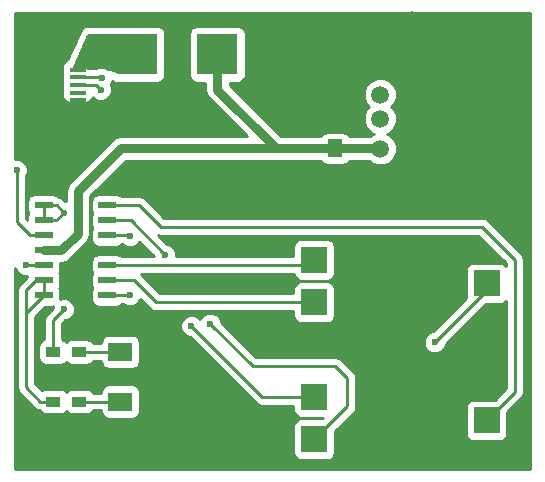
<source format=gtl>
G04 #@! TF.FileFunction,Copper,L1,Top,Signal*
%FSLAX46Y46*%
G04 Gerber Fmt 4.6, Leading zero omitted, Abs format (unit mm)*
G04 Created by KiCad (PCBNEW (2015-06-20 BZR 5796, Git fe7bc27)-product) date 22.6.2015 5:54:44*
%MOMM*%
G01*
G04 APERTURE LIST*
%ADD10C,0.100000*%
%ADD11R,1.250000X1.500000*%
%ADD12R,2.000000X1.600000*%
%ADD13R,3.500000X3.500000*%
%ADD14R,1.850000X2.400000*%
%ADD15R,1.350000X0.400000*%
%ADD16C,1.501140*%
%ADD17C,2.999740*%
%ADD18R,2.235200X2.235200*%
%ADD19R,1.200000X0.900000*%
%ADD20R,1.500000X0.600000*%
%ADD21C,0.600000*%
%ADD22C,0.800000*%
%ADD23C,0.250000*%
%ADD24C,0.254000*%
G04 APERTURE END LIST*
D10*
D11*
X127775000Y-72175000D03*
X127775000Y-69675000D03*
D12*
X113600000Y-89400000D03*
X109600000Y-89400000D03*
X113600000Y-93600000D03*
X109600000Y-93600000D03*
D13*
X110996400Y-64200000D03*
X117803600Y-64200000D03*
D14*
X103900000Y-71800000D03*
X103900000Y-61800000D03*
D15*
X105962540Y-65499100D03*
X105962540Y-66149100D03*
X105962540Y-66799100D03*
X105962540Y-67449100D03*
X105962540Y-68099100D03*
D16*
X131597880Y-65087140D03*
X131597880Y-67627140D03*
X131597880Y-69659140D03*
X131597880Y-72199140D03*
D17*
X134264880Y-62039140D03*
X134264880Y-75755140D03*
D18*
X126000000Y-81600000D03*
X126000000Y-85200000D03*
X140600000Y-83600000D03*
X126000000Y-93200000D03*
X126000000Y-96800000D03*
X140600000Y-95200000D03*
D19*
X103900000Y-89400000D03*
X106100000Y-89400000D03*
X103900000Y-93600000D03*
X106100000Y-93600000D03*
D20*
X103100000Y-76990000D03*
X103100000Y-78260000D03*
X103100000Y-79530000D03*
X103100000Y-80800000D03*
X103100000Y-82070000D03*
X103100000Y-83340000D03*
X103100000Y-84610000D03*
X108500000Y-84610000D03*
X108500000Y-83340000D03*
X108500000Y-82070000D03*
X108500000Y-80800000D03*
X108500000Y-79530000D03*
X108500000Y-78260000D03*
X108500000Y-76990000D03*
D21*
X111700000Y-91650000D03*
X118150000Y-69700000D03*
X123100000Y-69700000D03*
X100800000Y-74000000D03*
X108000000Y-66200000D03*
X101600000Y-82075000D03*
X107925000Y-67200000D03*
X136200000Y-88600000D03*
X110400000Y-84600000D03*
X115600000Y-87200000D03*
X110400000Y-79600000D03*
X117200000Y-87000000D03*
X113400000Y-81200000D03*
X104800000Y-85800000D03*
X104800000Y-77600000D03*
D22*
X103100000Y-80800000D02*
X104600000Y-80800000D01*
X109625000Y-72175000D02*
X122775000Y-72175000D01*
X106000000Y-75800000D02*
X109625000Y-72175000D01*
X106000000Y-79400000D02*
X106000000Y-75800000D01*
X104600000Y-80800000D02*
X106000000Y-79400000D01*
X117803600Y-64200000D02*
X117803600Y-67203600D01*
X122775000Y-72175000D02*
X127775000Y-72175000D01*
X117803600Y-67203600D02*
X122775000Y-72175000D01*
X127775000Y-72175000D02*
X131573740Y-72175000D01*
X131573740Y-72175000D02*
X131597880Y-72199140D01*
D23*
X111700000Y-91650000D02*
X113600000Y-93550000D01*
X113600000Y-93600000D02*
X113600000Y-93550000D01*
X127775000Y-69675000D02*
X123125000Y-69675000D01*
X105962540Y-68312540D02*
X105962540Y-68099100D01*
X107350000Y-69700000D02*
X105962540Y-68312540D01*
X118150000Y-69700000D02*
X107350000Y-69700000D01*
X123125000Y-69675000D02*
X123100000Y-69700000D01*
X105962540Y-68162540D02*
X105962540Y-68099100D01*
X109600000Y-89400000D02*
X106100000Y-89400000D01*
X109600000Y-93600000D02*
X106100000Y-93600000D01*
X110996400Y-64200000D02*
X107261640Y-64200000D01*
X107261640Y-64200000D02*
X105962540Y-65499100D01*
X105962540Y-66149100D02*
X107949100Y-66149100D01*
X101930000Y-79530000D02*
X103100000Y-79530000D01*
X100800000Y-78400000D02*
X101930000Y-79530000D01*
X100800000Y-74000000D02*
X100800000Y-78400000D01*
X107949100Y-66149100D02*
X108000000Y-66200000D01*
X105962540Y-66799100D02*
X107524100Y-66799100D01*
X101605000Y-82070000D02*
X103100000Y-82070000D01*
X101600000Y-82075000D02*
X101605000Y-82070000D01*
X107524100Y-66799100D02*
X107925000Y-67200000D01*
X108500000Y-82070000D02*
X125530000Y-82070000D01*
X125530000Y-82070000D02*
X126000000Y-81600000D01*
X108500000Y-83340000D02*
X110740000Y-83340000D01*
X112600000Y-85200000D02*
X126000000Y-85200000D01*
X110740000Y-83340000D02*
X112600000Y-85200000D01*
X108500000Y-84610000D02*
X110390000Y-84610000D01*
X136200000Y-88600000D02*
X140600000Y-84200000D01*
X110390000Y-84610000D02*
X110400000Y-84600000D01*
X140600000Y-84200000D02*
X140600000Y-83600000D01*
X108500000Y-79530000D02*
X110330000Y-79530000D01*
X121600000Y-93200000D02*
X126000000Y-93200000D01*
X115600000Y-87200000D02*
X121600000Y-93200000D01*
X110330000Y-79530000D02*
X110400000Y-79600000D01*
X108500000Y-78260000D02*
X110460000Y-78260000D01*
X128800000Y-94000000D02*
X126000000Y-96800000D01*
X128800000Y-91600000D02*
X128800000Y-94000000D01*
X127800000Y-90600000D02*
X128800000Y-91600000D01*
X120800000Y-90600000D02*
X127800000Y-90600000D01*
X117200000Y-87000000D02*
X120800000Y-90600000D01*
X110460000Y-78260000D02*
X113400000Y-81200000D01*
X108500000Y-76990000D02*
X111190000Y-76990000D01*
X143000000Y-92800000D02*
X140600000Y-95200000D01*
X143000000Y-81600000D02*
X143000000Y-92800000D01*
X140200000Y-78800000D02*
X143000000Y-81600000D01*
X113000000Y-78800000D02*
X140200000Y-78800000D01*
X111190000Y-76990000D02*
X113000000Y-78800000D01*
X103100000Y-78260000D02*
X104140000Y-78260000D01*
X104140000Y-78260000D02*
X104800000Y-77600000D01*
X103900000Y-89400000D02*
X103900000Y-86700000D01*
X103900000Y-86700000D02*
X104800000Y-85800000D01*
X104190000Y-76990000D02*
X103100000Y-76990000D01*
X104800000Y-77600000D02*
X104190000Y-76990000D01*
X103100000Y-78260000D02*
X103100000Y-76990000D01*
X103100000Y-83340000D02*
X102460000Y-83340000D01*
X102460000Y-83340000D02*
X101600000Y-84200000D01*
X101600000Y-84200000D02*
X101600000Y-86110000D01*
X103900000Y-93600000D02*
X102800000Y-93600000D01*
X101600000Y-86110000D02*
X103100000Y-84610000D01*
X101600000Y-92400000D02*
X101600000Y-86110000D01*
X102800000Y-93600000D02*
X101600000Y-92400000D01*
X103100000Y-84610000D02*
X103100000Y-83340000D01*
D24*
G36*
X112473000Y-65673000D02*
X109420610Y-65673000D01*
X108840161Y-65479517D01*
X108819962Y-65476970D01*
X108800000Y-65473000D01*
X108595405Y-65473000D01*
X108530327Y-65407808D01*
X108186799Y-65265162D01*
X107814833Y-65264838D01*
X107514095Y-65389100D01*
X106942552Y-65389100D01*
X106887180Y-65351723D01*
X106637540Y-65301660D01*
X105669146Y-65301660D01*
X106883060Y-62527000D01*
X112473000Y-62527000D01*
X112473000Y-65673000D01*
X112473000Y-65673000D01*
G37*
X112473000Y-65673000D02*
X109420610Y-65673000D01*
X108840161Y-65479517D01*
X108819962Y-65476970D01*
X108800000Y-65473000D01*
X108595405Y-65473000D01*
X108530327Y-65407808D01*
X108186799Y-65265162D01*
X107814833Y-65264838D01*
X107514095Y-65389100D01*
X106942552Y-65389100D01*
X106887180Y-65351723D01*
X106637540Y-65301660D01*
X105669146Y-65301660D01*
X106883060Y-62527000D01*
X112473000Y-62527000D01*
X112473000Y-65673000D01*
G36*
X100897852Y-92690839D02*
X100897852Y-92690839D01*
X101062599Y-92937401D01*
X102262599Y-94137401D01*
X102509160Y-94302148D01*
X102735727Y-94347215D01*
X102839327Y-94504927D01*
X103050360Y-94647377D01*
X103300000Y-94697440D01*
X104500000Y-94697440D01*
X104742123Y-94650463D01*
X104954927Y-94510673D01*
X104999614Y-94444471D01*
X105039327Y-94504927D01*
X105250360Y-94647377D01*
X105500000Y-94697440D01*
X106700000Y-94697440D01*
X106942123Y-94650463D01*
X107154927Y-94510673D01*
X107256633Y-94360000D01*
X107952560Y-94360000D01*
X107952560Y-94400000D01*
X107999537Y-94642123D01*
X108139327Y-94854927D01*
X108350360Y-94997377D01*
X108600000Y-95047440D01*
X110600000Y-95047440D01*
X110842123Y-95000463D01*
X111054927Y-94860673D01*
X111197377Y-94649640D01*
X111247440Y-94400000D01*
X111247440Y-92800000D01*
X111200463Y-92557877D01*
X111060673Y-92345073D01*
X110849640Y-92202623D01*
X110600000Y-92152560D01*
X108600000Y-92152560D01*
X108357877Y-92199537D01*
X108145073Y-92339327D01*
X108002623Y-92550360D01*
X107952560Y-92800000D01*
X107952560Y-92840000D01*
X107255875Y-92840000D01*
X107160673Y-92695073D01*
X106949640Y-92552623D01*
X106700000Y-92502560D01*
X105500000Y-92502560D01*
X105257877Y-92549537D01*
X105045073Y-92689327D01*
X105000386Y-92755529D01*
X104960673Y-92695073D01*
X104749640Y-92552623D01*
X104500000Y-92502560D01*
X103300000Y-92502560D01*
X103057877Y-92549537D01*
X102916928Y-92642126D01*
X102360000Y-92085198D01*
X102360000Y-86424802D01*
X103227362Y-85557440D01*
X103850000Y-85557440D01*
X103891674Y-85549354D01*
X103865162Y-85613201D01*
X103865121Y-85660077D01*
X103362599Y-86162599D01*
X103197852Y-86409161D01*
X103140000Y-86700000D01*
X103140000Y-88333603D01*
X103057877Y-88349537D01*
X102845073Y-88489327D01*
X102702623Y-88700360D01*
X102652560Y-88950000D01*
X102652560Y-89850000D01*
X102699537Y-90092123D01*
X102839327Y-90304927D01*
X103050360Y-90447377D01*
X103300000Y-90497440D01*
X104500000Y-90497440D01*
X104742123Y-90450463D01*
X104954927Y-90310673D01*
X104999614Y-90244471D01*
X105039327Y-90304927D01*
X105250360Y-90447377D01*
X105500000Y-90497440D01*
X106700000Y-90497440D01*
X106942123Y-90450463D01*
X107154927Y-90310673D01*
X107256633Y-90160000D01*
X107952560Y-90160000D01*
X107952560Y-90200000D01*
X107999537Y-90442123D01*
X108139327Y-90654927D01*
X108350360Y-90797377D01*
X108600000Y-90847440D01*
X110600000Y-90847440D01*
X110842123Y-90800463D01*
X111054927Y-90660673D01*
X111197377Y-90449640D01*
X111247440Y-90200000D01*
X111247440Y-88600000D01*
X111200463Y-88357877D01*
X111060673Y-88145073D01*
X110849640Y-88002623D01*
X110600000Y-87952560D01*
X108600000Y-87952560D01*
X108357877Y-87999537D01*
X108145073Y-88139327D01*
X108002623Y-88350360D01*
X107952560Y-88600000D01*
X107952560Y-88640000D01*
X107255875Y-88640000D01*
X107160673Y-88495073D01*
X106949640Y-88352623D01*
X106700000Y-88302560D01*
X105500000Y-88302560D01*
X105257877Y-88349537D01*
X105045073Y-88489327D01*
X105000386Y-88555529D01*
X104960673Y-88495073D01*
X104749640Y-88352623D01*
X104660000Y-88334647D01*
X104660000Y-87014802D01*
X104939680Y-86735122D01*
X104985167Y-86735162D01*
X105328943Y-86593117D01*
X105592192Y-86330327D01*
X105702433Y-86064838D01*
X117014833Y-86064838D01*
X116671057Y-86206883D01*
X116407808Y-86469673D01*
X116344435Y-86622290D01*
X116130327Y-86407808D01*
X115786799Y-86265162D01*
X115414833Y-86264838D01*
X115071057Y-86406883D01*
X114807808Y-86669673D01*
X114665162Y-87013201D01*
X114664838Y-87385167D01*
X114806883Y-87728943D01*
X115069673Y-87992192D01*
X115413201Y-88134838D01*
X115460077Y-88134879D01*
X121062599Y-93737401D01*
X121309160Y-93902148D01*
X121600000Y-93960000D01*
X124234960Y-93960000D01*
X124234960Y-94317600D01*
X124281937Y-94559723D01*
X124421727Y-94772527D01*
X124632760Y-94914977D01*
X124882400Y-94965040D01*
X126760158Y-94965040D01*
X126690238Y-95034960D01*
X124882400Y-95034960D01*
X124640277Y-95081937D01*
X124427473Y-95221727D01*
X124285023Y-95432760D01*
X124234960Y-95682400D01*
X124234960Y-97917600D01*
X124281937Y-98159723D01*
X124421727Y-98372527D01*
X124632760Y-98514977D01*
X124882400Y-98565040D01*
X127117600Y-98565040D01*
X127359723Y-98518063D01*
X127572527Y-98378273D01*
X127714977Y-98167240D01*
X127765040Y-97917600D01*
X127765040Y-96109762D01*
X129337401Y-94537401D01*
X129502148Y-94290839D01*
X129560000Y-94000000D01*
X129560000Y-91600000D01*
X129502148Y-91309161D01*
X129337401Y-91062599D01*
X128337401Y-90062599D01*
X128090839Y-89897852D01*
X127800000Y-89840000D01*
X121114802Y-89840000D01*
X118135122Y-86860320D01*
X118135162Y-86814833D01*
X117993117Y-86471057D01*
X117730327Y-86207808D01*
X117386799Y-86065162D01*
X117014833Y-86064838D01*
X105702433Y-86064838D01*
X105734838Y-85986799D01*
X105735162Y-85614833D01*
X105593117Y-85271057D01*
X105330327Y-85007808D01*
X104986799Y-84865162D01*
X104614833Y-84864838D01*
X104496709Y-84913646D01*
X104497440Y-84910000D01*
X104497440Y-84310000D01*
X104450463Y-84067877D01*
X104389603Y-83975229D01*
X104447377Y-83889640D01*
X104497440Y-83640000D01*
X104497440Y-83040000D01*
X104450463Y-82797877D01*
X104389603Y-82705229D01*
X104447377Y-82619640D01*
X104497440Y-82370000D01*
X104497440Y-81835000D01*
X104599995Y-81835000D01*
X104600000Y-81835001D01*
X104996077Y-81756215D01*
X105331856Y-81531856D01*
X106731856Y-80131856D01*
X106956215Y-79796077D01*
X107035001Y-79400000D01*
X107035000Y-79399995D01*
X107035000Y-76228712D01*
X107221151Y-76042560D01*
X107750000Y-76042560D01*
X107507877Y-76089537D01*
X107295073Y-76229327D01*
X107152623Y-76440360D01*
X107102560Y-76690000D01*
X107102560Y-77290000D01*
X107149537Y-77532123D01*
X107210397Y-77624771D01*
X107152623Y-77710360D01*
X107102560Y-77960000D01*
X107102560Y-78560000D01*
X107149537Y-78802123D01*
X107210397Y-78894771D01*
X107152623Y-78980360D01*
X107102560Y-79230000D01*
X107102560Y-79830000D01*
X107149537Y-80072123D01*
X107289327Y-80284927D01*
X107500360Y-80427377D01*
X107750000Y-80477440D01*
X109250000Y-80477440D01*
X109492123Y-80430463D01*
X109704927Y-80290673D01*
X109705381Y-80290000D01*
X109767659Y-80290000D01*
X109869673Y-80392192D01*
X110213201Y-80534838D01*
X110585167Y-80535162D01*
X110928943Y-80393117D01*
X111192192Y-80130327D01*
X111210774Y-80085576D01*
X112435198Y-81310000D01*
X109703158Y-81310000D01*
X109499640Y-81172623D01*
X109250000Y-81122560D01*
X107750000Y-81122560D01*
X107507877Y-81169537D01*
X107295073Y-81309327D01*
X107152623Y-81520360D01*
X107102560Y-81770000D01*
X107102560Y-82370000D01*
X107149537Y-82612123D01*
X107210397Y-82704771D01*
X107152623Y-82790360D01*
X107102560Y-83040000D01*
X107102560Y-83640000D01*
X107149537Y-83882123D01*
X107210397Y-83974771D01*
X107152623Y-84060360D01*
X107102560Y-84310000D01*
X107102560Y-84910000D01*
X107149537Y-85152123D01*
X107289327Y-85364927D01*
X107500360Y-85507377D01*
X107750000Y-85557440D01*
X109250000Y-85557440D01*
X109492123Y-85510463D01*
X109704927Y-85370673D01*
X109705381Y-85370000D01*
X109847520Y-85370000D01*
X109869673Y-85392192D01*
X110213201Y-85534838D01*
X110585167Y-85535162D01*
X110928943Y-85393117D01*
X111192192Y-85130327D01*
X111269455Y-84944257D01*
X112062599Y-85737401D01*
X112309160Y-85902148D01*
X112600000Y-85960000D01*
X124234960Y-85960000D01*
X124234960Y-86317600D01*
X124281937Y-86559723D01*
X124421727Y-86772527D01*
X124632760Y-86914977D01*
X124882400Y-86965040D01*
X127117600Y-86965040D01*
X127359723Y-86918063D01*
X127572527Y-86778273D01*
X127714977Y-86567240D01*
X127765040Y-86317600D01*
X127765040Y-84082400D01*
X127718063Y-83840277D01*
X127578273Y-83627473D01*
X127367240Y-83485023D01*
X127117600Y-83434960D01*
X124882400Y-83434960D01*
X124640277Y-83481937D01*
X124427473Y-83621727D01*
X124285023Y-83832760D01*
X124234960Y-84082400D01*
X124234960Y-84440000D01*
X112914802Y-84440000D01*
X111304802Y-82830000D01*
X124256768Y-82830000D01*
X124281937Y-82959723D01*
X124421727Y-83172527D01*
X124632760Y-83314977D01*
X124882400Y-83365040D01*
X127117600Y-83365040D01*
X127359723Y-83318063D01*
X127572527Y-83178273D01*
X127714977Y-82967240D01*
X127765040Y-82717600D01*
X127765040Y-80482400D01*
X127718063Y-80240277D01*
X127578273Y-80027473D01*
X127367240Y-79885023D01*
X127117600Y-79834960D01*
X124882400Y-79834960D01*
X124640277Y-79881937D01*
X124427473Y-80021727D01*
X124285023Y-80232760D01*
X124234960Y-80482400D01*
X124234960Y-81310000D01*
X114334905Y-81310000D01*
X114335162Y-81014833D01*
X114193117Y-80671057D01*
X113930327Y-80407808D01*
X113586799Y-80265162D01*
X113539923Y-80265121D01*
X112793782Y-79518980D01*
X113000000Y-79560000D01*
X139885198Y-79560000D01*
X142240000Y-81914802D01*
X142240000Y-82121441D01*
X142178273Y-82027473D01*
X141967240Y-81885023D01*
X141717600Y-81834960D01*
X139482400Y-81834960D01*
X139240277Y-81881937D01*
X139027473Y-82021727D01*
X138885023Y-82232760D01*
X138834960Y-82482400D01*
X138834960Y-84717600D01*
X138863013Y-84862185D01*
X136060320Y-87664878D01*
X136014833Y-87664838D01*
X135671057Y-87806883D01*
X135407808Y-88069673D01*
X135265162Y-88413201D01*
X135264838Y-88785167D01*
X135406883Y-89128943D01*
X135669673Y-89392192D01*
X136013201Y-89534838D01*
X136385167Y-89535162D01*
X136728943Y-89393117D01*
X136992192Y-89130327D01*
X137134838Y-88786799D01*
X137134879Y-88739923D01*
X140509762Y-85365040D01*
X141717600Y-85365040D01*
X141959723Y-85318063D01*
X142172527Y-85178273D01*
X142240000Y-85078315D01*
X142240000Y-92485198D01*
X141290238Y-93434960D01*
X139482400Y-93434960D01*
X139240277Y-93481937D01*
X139027473Y-93621727D01*
X138885023Y-93832760D01*
X138834960Y-94082400D01*
X138834960Y-96317600D01*
X138881937Y-96559723D01*
X139021727Y-96772527D01*
X139232760Y-96914977D01*
X139482400Y-96965040D01*
X141717600Y-96965040D01*
X141959723Y-96918063D01*
X142172527Y-96778273D01*
X142314977Y-96567240D01*
X142365040Y-96317600D01*
X142365040Y-94509762D01*
X143537401Y-93337401D01*
X143702148Y-93090839D01*
X143760000Y-92800000D01*
X143760000Y-81600000D01*
X143702148Y-81309161D01*
X143537401Y-81062599D01*
X140737401Y-78262599D01*
X140490839Y-78097852D01*
X140200000Y-78040000D01*
X113314802Y-78040000D01*
X111727401Y-76452599D01*
X111480839Y-76287852D01*
X111190000Y-76230000D01*
X109703158Y-76230000D01*
X109499640Y-76092623D01*
X109250000Y-76042560D01*
X107750000Y-76042560D01*
X107221151Y-76042560D01*
X110053711Y-73210000D01*
X126577703Y-73210000D01*
X126689327Y-73379927D01*
X126900360Y-73522377D01*
X127150000Y-73572440D01*
X128400000Y-73572440D01*
X128642123Y-73525463D01*
X128854927Y-73385673D01*
X128973509Y-73210000D01*
X130649193Y-73210000D01*
X130811993Y-73373084D01*
X131321064Y-73584469D01*
X131872278Y-73584950D01*
X132381717Y-73374454D01*
X132771824Y-72985027D01*
X132983209Y-72475956D01*
X132983690Y-71924742D01*
X132773194Y-71415303D01*
X132383767Y-71025196D01*
X132152499Y-70929165D01*
X132381717Y-70834454D01*
X132771824Y-70445027D01*
X132983209Y-69935956D01*
X132983690Y-69384742D01*
X132773194Y-68875303D01*
X132541373Y-68643077D01*
X132771824Y-68413027D01*
X132983209Y-67903956D01*
X132983690Y-67352742D01*
X132773194Y-66843303D01*
X132383767Y-66453196D01*
X131874696Y-66241811D01*
X131323482Y-66241330D01*
X130814043Y-66451826D01*
X130423936Y-66841253D01*
X130212551Y-67350324D01*
X130212070Y-67901538D01*
X130422566Y-68410977D01*
X130654387Y-68643203D01*
X130423936Y-68873253D01*
X130212551Y-69382324D01*
X130212070Y-69933538D01*
X130422566Y-70442977D01*
X130811993Y-70833084D01*
X131043261Y-70929115D01*
X130814043Y-71023826D01*
X130697666Y-71140000D01*
X128972297Y-71140000D01*
X128860673Y-70970073D01*
X128649640Y-70827623D01*
X128400000Y-70777560D01*
X127150000Y-70777560D01*
X126907877Y-70824537D01*
X126695073Y-70964327D01*
X126576491Y-71140000D01*
X123203711Y-71140000D01*
X118838600Y-66774888D01*
X118838600Y-66597440D01*
X119553600Y-66597440D01*
X119795723Y-66550463D01*
X120008527Y-66410673D01*
X120150977Y-66199640D01*
X120201040Y-65950000D01*
X120201040Y-62450000D01*
X120154063Y-62207877D01*
X120014273Y-61995073D01*
X119803240Y-61852623D01*
X119553600Y-61802560D01*
X116053600Y-61802560D01*
X115811477Y-61849537D01*
X115598673Y-61989327D01*
X115456223Y-62200360D01*
X115406160Y-62450000D01*
X115406160Y-65950000D01*
X115453137Y-66192123D01*
X115592927Y-66404927D01*
X115803960Y-66547377D01*
X116053600Y-66597440D01*
X116768600Y-66597440D01*
X116768600Y-67203595D01*
X116768599Y-67203600D01*
X116847385Y-67599677D01*
X117071744Y-67935456D01*
X120276289Y-71140000D01*
X109625005Y-71140000D01*
X109625000Y-71139999D01*
X109228923Y-71218785D01*
X108893144Y-71443144D01*
X108893142Y-71443147D01*
X105268144Y-75068144D01*
X105043785Y-75403923D01*
X104964999Y-75800000D01*
X104965000Y-75800005D01*
X104965000Y-76665143D01*
X104939923Y-76665121D01*
X104727401Y-76452599D01*
X104480839Y-76287852D01*
X104324978Y-76256849D01*
X104310673Y-76235073D01*
X104099640Y-76092623D01*
X103850000Y-76042560D01*
X102350000Y-76042560D01*
X102107877Y-76089537D01*
X101895073Y-76229327D01*
X101752623Y-76440360D01*
X101702560Y-76690000D01*
X101702560Y-77290000D01*
X101749537Y-77532123D01*
X101810397Y-77624771D01*
X101752623Y-77710360D01*
X101702560Y-77960000D01*
X101702560Y-78227758D01*
X101560000Y-78085198D01*
X101560000Y-74562463D01*
X101592192Y-74530327D01*
X101734838Y-74186799D01*
X101735162Y-73814833D01*
X101593117Y-73471057D01*
X101330327Y-73207808D01*
X100986799Y-73065162D01*
X100685000Y-73064899D01*
X100685000Y-61765000D01*
X106800000Y-61765000D01*
X106684537Y-61787966D01*
X106568606Y-61808660D01*
X106563240Y-61812093D01*
X106556996Y-61813336D01*
X106459111Y-61878740D01*
X106359924Y-61942224D01*
X106356281Y-61947449D01*
X106350987Y-61950987D01*
X106285571Y-62048887D01*
X106218240Y-62145480D01*
X105106411Y-64686803D01*
X105045417Y-64698637D01*
X104832613Y-64838427D01*
X104690163Y-65049460D01*
X104640100Y-65299100D01*
X104640100Y-65699100D01*
X104664753Y-65826165D01*
X104640100Y-65949100D01*
X104640100Y-66349100D01*
X104664753Y-66476165D01*
X104640100Y-66599100D01*
X104640100Y-66999100D01*
X104664753Y-67126165D01*
X104640100Y-67249100D01*
X104640100Y-67649100D01*
X104687077Y-67891223D01*
X104826867Y-68104027D01*
X105037900Y-68246477D01*
X105287540Y-68296540D01*
X106637540Y-68296540D01*
X106879663Y-68249563D01*
X107092467Y-68109773D01*
X107234917Y-67898740D01*
X107246036Y-67843295D01*
X107394673Y-67992192D01*
X107738201Y-68134838D01*
X108110167Y-68135162D01*
X108453943Y-67993117D01*
X108717192Y-67730327D01*
X108859838Y-67386799D01*
X108860162Y-67014833D01*
X108757087Y-66765371D01*
X108792192Y-66730327D01*
X108896314Y-66479575D01*
X108996760Y-66547377D01*
X109246400Y-66597440D01*
X112746400Y-66597440D01*
X112988523Y-66550463D01*
X113201327Y-66410673D01*
X113343777Y-66199640D01*
X113393840Y-65950000D01*
X113393840Y-62450000D01*
X113346863Y-62207877D01*
X113207073Y-61995073D01*
X112996040Y-61852623D01*
X112861388Y-61825620D01*
X112843004Y-61813336D01*
X112600000Y-61765000D01*
X106800000Y-61765000D01*
X100685000Y-61765000D01*
X100685000Y-60685000D01*
X144315000Y-60685000D01*
X144315000Y-99315000D01*
X100685000Y-99315000D01*
X100685000Y-82308963D01*
X100806883Y-82603943D01*
X101069673Y-82867192D01*
X101413201Y-83009838D01*
X101708557Y-83010095D01*
X101706915Y-83018283D01*
X101062599Y-83662599D01*
X100897852Y-83909161D01*
X100840000Y-84200000D01*
X100840000Y-92400000D01*
X100897852Y-92690839D01*
X100897852Y-92690839D01*
G37*
X100897852Y-92690839D02*
X100897852Y-92690839D01*
X101062599Y-92937401D01*
X102262599Y-94137401D01*
X102509160Y-94302148D01*
X102735727Y-94347215D01*
X102839327Y-94504927D01*
X103050360Y-94647377D01*
X103300000Y-94697440D01*
X104500000Y-94697440D01*
X104742123Y-94650463D01*
X104954927Y-94510673D01*
X104999614Y-94444471D01*
X105039327Y-94504927D01*
X105250360Y-94647377D01*
X105500000Y-94697440D01*
X106700000Y-94697440D01*
X106942123Y-94650463D01*
X107154927Y-94510673D01*
X107256633Y-94360000D01*
X107952560Y-94360000D01*
X107952560Y-94400000D01*
X107999537Y-94642123D01*
X108139327Y-94854927D01*
X108350360Y-94997377D01*
X108600000Y-95047440D01*
X110600000Y-95047440D01*
X110842123Y-95000463D01*
X111054927Y-94860673D01*
X111197377Y-94649640D01*
X111247440Y-94400000D01*
X111247440Y-92800000D01*
X111200463Y-92557877D01*
X111060673Y-92345073D01*
X110849640Y-92202623D01*
X110600000Y-92152560D01*
X108600000Y-92152560D01*
X108357877Y-92199537D01*
X108145073Y-92339327D01*
X108002623Y-92550360D01*
X107952560Y-92800000D01*
X107952560Y-92840000D01*
X107255875Y-92840000D01*
X107160673Y-92695073D01*
X106949640Y-92552623D01*
X106700000Y-92502560D01*
X105500000Y-92502560D01*
X105257877Y-92549537D01*
X105045073Y-92689327D01*
X105000386Y-92755529D01*
X104960673Y-92695073D01*
X104749640Y-92552623D01*
X104500000Y-92502560D01*
X103300000Y-92502560D01*
X103057877Y-92549537D01*
X102916928Y-92642126D01*
X102360000Y-92085198D01*
X102360000Y-86424802D01*
X103227362Y-85557440D01*
X103850000Y-85557440D01*
X103891674Y-85549354D01*
X103865162Y-85613201D01*
X103865121Y-85660077D01*
X103362599Y-86162599D01*
X103197852Y-86409161D01*
X103140000Y-86700000D01*
X103140000Y-88333603D01*
X103057877Y-88349537D01*
X102845073Y-88489327D01*
X102702623Y-88700360D01*
X102652560Y-88950000D01*
X102652560Y-89850000D01*
X102699537Y-90092123D01*
X102839327Y-90304927D01*
X103050360Y-90447377D01*
X103300000Y-90497440D01*
X104500000Y-90497440D01*
X104742123Y-90450463D01*
X104954927Y-90310673D01*
X104999614Y-90244471D01*
X105039327Y-90304927D01*
X105250360Y-90447377D01*
X105500000Y-90497440D01*
X106700000Y-90497440D01*
X106942123Y-90450463D01*
X107154927Y-90310673D01*
X107256633Y-90160000D01*
X107952560Y-90160000D01*
X107952560Y-90200000D01*
X107999537Y-90442123D01*
X108139327Y-90654927D01*
X108350360Y-90797377D01*
X108600000Y-90847440D01*
X110600000Y-90847440D01*
X110842123Y-90800463D01*
X111054927Y-90660673D01*
X111197377Y-90449640D01*
X111247440Y-90200000D01*
X111247440Y-88600000D01*
X111200463Y-88357877D01*
X111060673Y-88145073D01*
X110849640Y-88002623D01*
X110600000Y-87952560D01*
X108600000Y-87952560D01*
X108357877Y-87999537D01*
X108145073Y-88139327D01*
X108002623Y-88350360D01*
X107952560Y-88600000D01*
X107952560Y-88640000D01*
X107255875Y-88640000D01*
X107160673Y-88495073D01*
X106949640Y-88352623D01*
X106700000Y-88302560D01*
X105500000Y-88302560D01*
X105257877Y-88349537D01*
X105045073Y-88489327D01*
X105000386Y-88555529D01*
X104960673Y-88495073D01*
X104749640Y-88352623D01*
X104660000Y-88334647D01*
X104660000Y-87014802D01*
X104939680Y-86735122D01*
X104985167Y-86735162D01*
X105328943Y-86593117D01*
X105592192Y-86330327D01*
X105702433Y-86064838D01*
X117014833Y-86064838D01*
X116671057Y-86206883D01*
X116407808Y-86469673D01*
X116344435Y-86622290D01*
X116130327Y-86407808D01*
X115786799Y-86265162D01*
X115414833Y-86264838D01*
X115071057Y-86406883D01*
X114807808Y-86669673D01*
X114665162Y-87013201D01*
X114664838Y-87385167D01*
X114806883Y-87728943D01*
X115069673Y-87992192D01*
X115413201Y-88134838D01*
X115460077Y-88134879D01*
X121062599Y-93737401D01*
X121309160Y-93902148D01*
X121600000Y-93960000D01*
X124234960Y-93960000D01*
X124234960Y-94317600D01*
X124281937Y-94559723D01*
X124421727Y-94772527D01*
X124632760Y-94914977D01*
X124882400Y-94965040D01*
X126760158Y-94965040D01*
X126690238Y-95034960D01*
X124882400Y-95034960D01*
X124640277Y-95081937D01*
X124427473Y-95221727D01*
X124285023Y-95432760D01*
X124234960Y-95682400D01*
X124234960Y-97917600D01*
X124281937Y-98159723D01*
X124421727Y-98372527D01*
X124632760Y-98514977D01*
X124882400Y-98565040D01*
X127117600Y-98565040D01*
X127359723Y-98518063D01*
X127572527Y-98378273D01*
X127714977Y-98167240D01*
X127765040Y-97917600D01*
X127765040Y-96109762D01*
X129337401Y-94537401D01*
X129502148Y-94290839D01*
X129560000Y-94000000D01*
X129560000Y-91600000D01*
X129502148Y-91309161D01*
X129337401Y-91062599D01*
X128337401Y-90062599D01*
X128090839Y-89897852D01*
X127800000Y-89840000D01*
X121114802Y-89840000D01*
X118135122Y-86860320D01*
X118135162Y-86814833D01*
X117993117Y-86471057D01*
X117730327Y-86207808D01*
X117386799Y-86065162D01*
X117014833Y-86064838D01*
X105702433Y-86064838D01*
X105734838Y-85986799D01*
X105735162Y-85614833D01*
X105593117Y-85271057D01*
X105330327Y-85007808D01*
X104986799Y-84865162D01*
X104614833Y-84864838D01*
X104496709Y-84913646D01*
X104497440Y-84910000D01*
X104497440Y-84310000D01*
X104450463Y-84067877D01*
X104389603Y-83975229D01*
X104447377Y-83889640D01*
X104497440Y-83640000D01*
X104497440Y-83040000D01*
X104450463Y-82797877D01*
X104389603Y-82705229D01*
X104447377Y-82619640D01*
X104497440Y-82370000D01*
X104497440Y-81835000D01*
X104599995Y-81835000D01*
X104600000Y-81835001D01*
X104996077Y-81756215D01*
X105331856Y-81531856D01*
X106731856Y-80131856D01*
X106956215Y-79796077D01*
X107035001Y-79400000D01*
X107035000Y-79399995D01*
X107035000Y-76228712D01*
X107221151Y-76042560D01*
X107750000Y-76042560D01*
X107507877Y-76089537D01*
X107295073Y-76229327D01*
X107152623Y-76440360D01*
X107102560Y-76690000D01*
X107102560Y-77290000D01*
X107149537Y-77532123D01*
X107210397Y-77624771D01*
X107152623Y-77710360D01*
X107102560Y-77960000D01*
X107102560Y-78560000D01*
X107149537Y-78802123D01*
X107210397Y-78894771D01*
X107152623Y-78980360D01*
X107102560Y-79230000D01*
X107102560Y-79830000D01*
X107149537Y-80072123D01*
X107289327Y-80284927D01*
X107500360Y-80427377D01*
X107750000Y-80477440D01*
X109250000Y-80477440D01*
X109492123Y-80430463D01*
X109704927Y-80290673D01*
X109705381Y-80290000D01*
X109767659Y-80290000D01*
X109869673Y-80392192D01*
X110213201Y-80534838D01*
X110585167Y-80535162D01*
X110928943Y-80393117D01*
X111192192Y-80130327D01*
X111210774Y-80085576D01*
X112435198Y-81310000D01*
X109703158Y-81310000D01*
X109499640Y-81172623D01*
X109250000Y-81122560D01*
X107750000Y-81122560D01*
X107507877Y-81169537D01*
X107295073Y-81309327D01*
X107152623Y-81520360D01*
X107102560Y-81770000D01*
X107102560Y-82370000D01*
X107149537Y-82612123D01*
X107210397Y-82704771D01*
X107152623Y-82790360D01*
X107102560Y-83040000D01*
X107102560Y-83640000D01*
X107149537Y-83882123D01*
X107210397Y-83974771D01*
X107152623Y-84060360D01*
X107102560Y-84310000D01*
X107102560Y-84910000D01*
X107149537Y-85152123D01*
X107289327Y-85364927D01*
X107500360Y-85507377D01*
X107750000Y-85557440D01*
X109250000Y-85557440D01*
X109492123Y-85510463D01*
X109704927Y-85370673D01*
X109705381Y-85370000D01*
X109847520Y-85370000D01*
X109869673Y-85392192D01*
X110213201Y-85534838D01*
X110585167Y-85535162D01*
X110928943Y-85393117D01*
X111192192Y-85130327D01*
X111269455Y-84944257D01*
X112062599Y-85737401D01*
X112309160Y-85902148D01*
X112600000Y-85960000D01*
X124234960Y-85960000D01*
X124234960Y-86317600D01*
X124281937Y-86559723D01*
X124421727Y-86772527D01*
X124632760Y-86914977D01*
X124882400Y-86965040D01*
X127117600Y-86965040D01*
X127359723Y-86918063D01*
X127572527Y-86778273D01*
X127714977Y-86567240D01*
X127765040Y-86317600D01*
X127765040Y-84082400D01*
X127718063Y-83840277D01*
X127578273Y-83627473D01*
X127367240Y-83485023D01*
X127117600Y-83434960D01*
X124882400Y-83434960D01*
X124640277Y-83481937D01*
X124427473Y-83621727D01*
X124285023Y-83832760D01*
X124234960Y-84082400D01*
X124234960Y-84440000D01*
X112914802Y-84440000D01*
X111304802Y-82830000D01*
X124256768Y-82830000D01*
X124281937Y-82959723D01*
X124421727Y-83172527D01*
X124632760Y-83314977D01*
X124882400Y-83365040D01*
X127117600Y-83365040D01*
X127359723Y-83318063D01*
X127572527Y-83178273D01*
X127714977Y-82967240D01*
X127765040Y-82717600D01*
X127765040Y-80482400D01*
X127718063Y-80240277D01*
X127578273Y-80027473D01*
X127367240Y-79885023D01*
X127117600Y-79834960D01*
X124882400Y-79834960D01*
X124640277Y-79881937D01*
X124427473Y-80021727D01*
X124285023Y-80232760D01*
X124234960Y-80482400D01*
X124234960Y-81310000D01*
X114334905Y-81310000D01*
X114335162Y-81014833D01*
X114193117Y-80671057D01*
X113930327Y-80407808D01*
X113586799Y-80265162D01*
X113539923Y-80265121D01*
X112793782Y-79518980D01*
X113000000Y-79560000D01*
X139885198Y-79560000D01*
X142240000Y-81914802D01*
X142240000Y-82121441D01*
X142178273Y-82027473D01*
X141967240Y-81885023D01*
X141717600Y-81834960D01*
X139482400Y-81834960D01*
X139240277Y-81881937D01*
X139027473Y-82021727D01*
X138885023Y-82232760D01*
X138834960Y-82482400D01*
X138834960Y-84717600D01*
X138863013Y-84862185D01*
X136060320Y-87664878D01*
X136014833Y-87664838D01*
X135671057Y-87806883D01*
X135407808Y-88069673D01*
X135265162Y-88413201D01*
X135264838Y-88785167D01*
X135406883Y-89128943D01*
X135669673Y-89392192D01*
X136013201Y-89534838D01*
X136385167Y-89535162D01*
X136728943Y-89393117D01*
X136992192Y-89130327D01*
X137134838Y-88786799D01*
X137134879Y-88739923D01*
X140509762Y-85365040D01*
X141717600Y-85365040D01*
X141959723Y-85318063D01*
X142172527Y-85178273D01*
X142240000Y-85078315D01*
X142240000Y-92485198D01*
X141290238Y-93434960D01*
X139482400Y-93434960D01*
X139240277Y-93481937D01*
X139027473Y-93621727D01*
X138885023Y-93832760D01*
X138834960Y-94082400D01*
X138834960Y-96317600D01*
X138881937Y-96559723D01*
X139021727Y-96772527D01*
X139232760Y-96914977D01*
X139482400Y-96965040D01*
X141717600Y-96965040D01*
X141959723Y-96918063D01*
X142172527Y-96778273D01*
X142314977Y-96567240D01*
X142365040Y-96317600D01*
X142365040Y-94509762D01*
X143537401Y-93337401D01*
X143702148Y-93090839D01*
X143760000Y-92800000D01*
X143760000Y-81600000D01*
X143702148Y-81309161D01*
X143537401Y-81062599D01*
X140737401Y-78262599D01*
X140490839Y-78097852D01*
X140200000Y-78040000D01*
X113314802Y-78040000D01*
X111727401Y-76452599D01*
X111480839Y-76287852D01*
X111190000Y-76230000D01*
X109703158Y-76230000D01*
X109499640Y-76092623D01*
X109250000Y-76042560D01*
X107750000Y-76042560D01*
X107221151Y-76042560D01*
X110053711Y-73210000D01*
X126577703Y-73210000D01*
X126689327Y-73379927D01*
X126900360Y-73522377D01*
X127150000Y-73572440D01*
X128400000Y-73572440D01*
X128642123Y-73525463D01*
X128854927Y-73385673D01*
X128973509Y-73210000D01*
X130649193Y-73210000D01*
X130811993Y-73373084D01*
X131321064Y-73584469D01*
X131872278Y-73584950D01*
X132381717Y-73374454D01*
X132771824Y-72985027D01*
X132983209Y-72475956D01*
X132983690Y-71924742D01*
X132773194Y-71415303D01*
X132383767Y-71025196D01*
X132152499Y-70929165D01*
X132381717Y-70834454D01*
X132771824Y-70445027D01*
X132983209Y-69935956D01*
X132983690Y-69384742D01*
X132773194Y-68875303D01*
X132541373Y-68643077D01*
X132771824Y-68413027D01*
X132983209Y-67903956D01*
X132983690Y-67352742D01*
X132773194Y-66843303D01*
X132383767Y-66453196D01*
X131874696Y-66241811D01*
X131323482Y-66241330D01*
X130814043Y-66451826D01*
X130423936Y-66841253D01*
X130212551Y-67350324D01*
X130212070Y-67901538D01*
X130422566Y-68410977D01*
X130654387Y-68643203D01*
X130423936Y-68873253D01*
X130212551Y-69382324D01*
X130212070Y-69933538D01*
X130422566Y-70442977D01*
X130811993Y-70833084D01*
X131043261Y-70929115D01*
X130814043Y-71023826D01*
X130697666Y-71140000D01*
X128972297Y-71140000D01*
X128860673Y-70970073D01*
X128649640Y-70827623D01*
X128400000Y-70777560D01*
X127150000Y-70777560D01*
X126907877Y-70824537D01*
X126695073Y-70964327D01*
X126576491Y-71140000D01*
X123203711Y-71140000D01*
X118838600Y-66774888D01*
X118838600Y-66597440D01*
X119553600Y-66597440D01*
X119795723Y-66550463D01*
X120008527Y-66410673D01*
X120150977Y-66199640D01*
X120201040Y-65950000D01*
X120201040Y-62450000D01*
X120154063Y-62207877D01*
X120014273Y-61995073D01*
X119803240Y-61852623D01*
X119553600Y-61802560D01*
X116053600Y-61802560D01*
X115811477Y-61849537D01*
X115598673Y-61989327D01*
X115456223Y-62200360D01*
X115406160Y-62450000D01*
X115406160Y-65950000D01*
X115453137Y-66192123D01*
X115592927Y-66404927D01*
X115803960Y-66547377D01*
X116053600Y-66597440D01*
X116768600Y-66597440D01*
X116768600Y-67203595D01*
X116768599Y-67203600D01*
X116847385Y-67599677D01*
X117071744Y-67935456D01*
X120276289Y-71140000D01*
X109625005Y-71140000D01*
X109625000Y-71139999D01*
X109228923Y-71218785D01*
X108893144Y-71443144D01*
X108893142Y-71443147D01*
X105268144Y-75068144D01*
X105043785Y-75403923D01*
X104964999Y-75800000D01*
X104965000Y-75800005D01*
X104965000Y-76665143D01*
X104939923Y-76665121D01*
X104727401Y-76452599D01*
X104480839Y-76287852D01*
X104324978Y-76256849D01*
X104310673Y-76235073D01*
X104099640Y-76092623D01*
X103850000Y-76042560D01*
X102350000Y-76042560D01*
X102107877Y-76089537D01*
X101895073Y-76229327D01*
X101752623Y-76440360D01*
X101702560Y-76690000D01*
X101702560Y-77290000D01*
X101749537Y-77532123D01*
X101810397Y-77624771D01*
X101752623Y-77710360D01*
X101702560Y-77960000D01*
X101702560Y-78227758D01*
X101560000Y-78085198D01*
X101560000Y-74562463D01*
X101592192Y-74530327D01*
X101734838Y-74186799D01*
X101735162Y-73814833D01*
X101593117Y-73471057D01*
X101330327Y-73207808D01*
X100986799Y-73065162D01*
X100685000Y-73064899D01*
X100685000Y-61765000D01*
X106800000Y-61765000D01*
X106684537Y-61787966D01*
X106568606Y-61808660D01*
X106563240Y-61812093D01*
X106556996Y-61813336D01*
X106459111Y-61878740D01*
X106359924Y-61942224D01*
X106356281Y-61947449D01*
X106350987Y-61950987D01*
X106285571Y-62048887D01*
X106218240Y-62145480D01*
X105106411Y-64686803D01*
X105045417Y-64698637D01*
X104832613Y-64838427D01*
X104690163Y-65049460D01*
X104640100Y-65299100D01*
X104640100Y-65699100D01*
X104664753Y-65826165D01*
X104640100Y-65949100D01*
X104640100Y-66349100D01*
X104664753Y-66476165D01*
X104640100Y-66599100D01*
X104640100Y-66999100D01*
X104664753Y-67126165D01*
X104640100Y-67249100D01*
X104640100Y-67649100D01*
X104687077Y-67891223D01*
X104826867Y-68104027D01*
X105037900Y-68246477D01*
X105287540Y-68296540D01*
X106637540Y-68296540D01*
X106879663Y-68249563D01*
X107092467Y-68109773D01*
X107234917Y-67898740D01*
X107246036Y-67843295D01*
X107394673Y-67992192D01*
X107738201Y-68134838D01*
X108110167Y-68135162D01*
X108453943Y-67993117D01*
X108717192Y-67730327D01*
X108859838Y-67386799D01*
X108860162Y-67014833D01*
X108757087Y-66765371D01*
X108792192Y-66730327D01*
X108896314Y-66479575D01*
X108996760Y-66547377D01*
X109246400Y-66597440D01*
X112746400Y-66597440D01*
X112988523Y-66550463D01*
X113201327Y-66410673D01*
X113343777Y-66199640D01*
X113393840Y-65950000D01*
X113393840Y-62450000D01*
X113346863Y-62207877D01*
X113207073Y-61995073D01*
X112996040Y-61852623D01*
X112861388Y-61825620D01*
X112843004Y-61813336D01*
X112600000Y-61765000D01*
X106800000Y-61765000D01*
X100685000Y-61765000D01*
X100685000Y-60685000D01*
X144315000Y-60685000D01*
X144315000Y-99315000D01*
X100685000Y-99315000D01*
X100685000Y-82308963D01*
X100806883Y-82603943D01*
X101069673Y-82867192D01*
X101413201Y-83009838D01*
X101708557Y-83010095D01*
X101706915Y-83018283D01*
X101062599Y-83662599D01*
X100897852Y-83909161D01*
X100840000Y-84200000D01*
X100840000Y-92400000D01*
X100897852Y-92690839D01*
M02*

</source>
